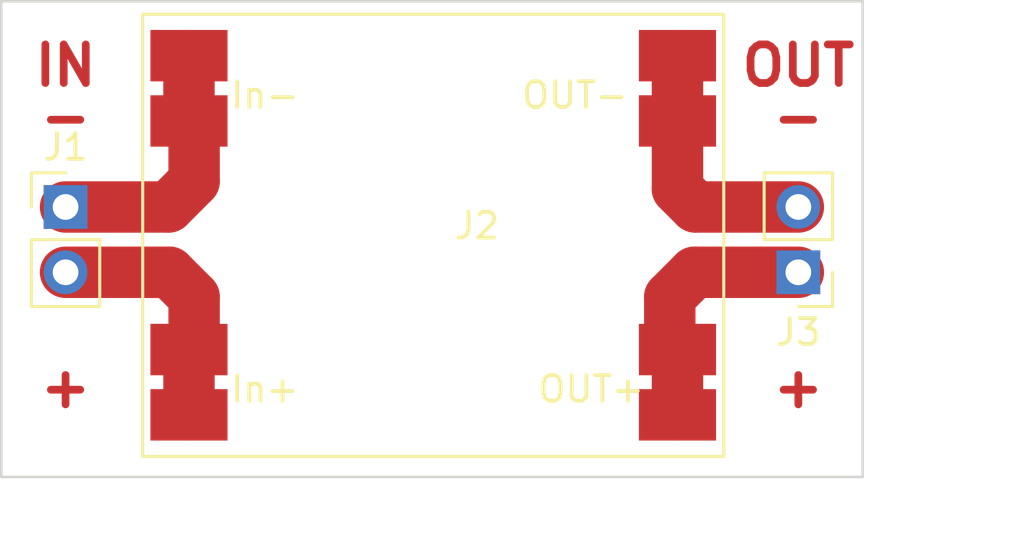
<source format=kicad_pcb>
(kicad_pcb (version 20211014) (generator pcbnew)
  (layers (0 "F.Cu" signal) (31 "B.Cu" signal) (34 "B.Paste" user) (35 "F.Paste" user) (36 "B.SilkS" user "B.Silkscreen") (37 "F.SilkS" user "F.Silkscreen") (38 "B.Mask" user) (39 "F.Mask" user) (44 "Edge.Cuts" user))
  (net 0 "")
  (net 1 "Net-(J1-Pad1)")
  (net 2 "Net-(J1-Pad2)")
  (net 3 "Net-(J2-Pad3)")
  (net 4 "Net-(J2-Pad4)")
  (footprint "Connector_PinHeader_2.54mm:PinHeader_1x02_P2.54mm_Vertical" (layer "F.Cu") (at 150.5 82.04 180)
    (fp_text reference "J3" (at 0 -2.33) (layer "F.SilkS"))
    (fp_text value "Output")
    (fp_line (start -1.33 1.27) (end 1.33 1.27) (layer "F.SilkS") (width 0.12))
    (fp_line (start -1.33 3.87) (end 1.33 3.87) (layer "F.SilkS") (width 0.12))
    (fp_line (start -1.33 -1.33) (end 0 -1.33) (layer "F.SilkS") (width 0.12))
    (fp_line (start -1.33 0) (end -1.33 -1.33) (layer "F.SilkS") (width 0.12))
    (fp_line (start -1.33 1.27) (end -1.33 3.87) (layer "F.SilkS") (width 0.12))
    (fp_line (start 1.33 1.27) (end 1.33 3.87) (layer "F.SilkS") (width 0.12))
    (pad "1" thru_hole rect (at 0 0 180) (size 1.7 1.7) (drill 1) (layers *.Cu *.Mask) (net 4 "Net-(J2-Pad4)"))
    (pad "2" thru_hole oval (at 0 2.54 180) (size 1.7 1.7) (drill 1) (layers *.Cu *.Mask) (net 3 "Net-(J2-Pad3)"))
  )
  (footprint "Moje_LIB:StepDown" (layer "F.Cu") (at 125 72)
    (fp_text reference "J2" (at 13 8.235 unlocked) (layer "F.SilkS"))
    (fp_text value "Stepdown_SMD")
    (fp_text user "In-" (at 4.745 3.155 unlocked) (layer "F.SilkS"))
    (fp_text user "OUT+" (at 17.445 14.585 unlocked) (layer "F.SilkS"))
    (fp_text user "In+" (at 4.745 14.585 unlocked) (layer "F.SilkS"))
    (fp_text user "OUT-" (at 16.81 3.155 unlocked) (layer "F.SilkS"))
    (fp_line (start 22.6 0.005) (end 0 0.005) (layer "F.SilkS") (width 0.12))
    (fp_line (start 0 0.005) (end 0 17.205) (layer "F.SilkS") (width 0.12))
    (fp_line (start 0 17.205) (end 22.6 17.205) (layer "F.SilkS") (width 0.12))
    (fp_line (start 22.6 17.205) (end 22.6 0.005) (layer "F.SilkS") (width 0.12))
    (pad "1" smd rect (at 1.8 1.615) (size 3 2) (layers "F.Cu" "F.Paste" "F.Mask") (net 1 "Net-(J1-Pad1)"))
    (pad "1" smd rect (at 1.8 4.155) (size 3 2) (layers "F.Cu" "F.Paste" "F.Mask") (net 1 "Net-(J1-Pad1)"))
    (pad "2" smd rect (at 1.8 13.045) (size 3 2) (layers "F.Cu" "F.Paste" "F.Mask") (net 2 "Net-(J1-Pad2)"))
    (pad "2" smd rect (at 1.8 15.585) (size 3 2) (layers "F.Cu" "F.Paste" "F.Mask") (net 2 "Net-(J1-Pad2)"))
    (pad "3" smd rect (at 20.8 4.155) (size 3 2) (layers "F.Cu" "F.Paste" "F.Mask") (net 3 "Net-(J2-Pad3)"))
    (pad "3" smd rect (at 20.8 1.615) (size 3 2) (layers "F.Cu" "F.Paste" "F.Mask") (net 3 "Net-(J2-Pad3)"))
    (pad "4" smd rect (at 20.8 15.585) (size 3 2) (layers "F.Cu" "F.Paste" "F.Mask") (net 4 "Net-(J2-Pad4)"))
    (pad "4" smd rect (at 20.8 13.045) (size 3 2) (layers "F.Cu" "F.Paste" "F.Mask") (net 4 "Net-(J2-Pad4)"))
  )
  (footprint "Connector_PinHeader_2.54mm:PinHeader_1x02_P2.54mm_Vertical" (layer "F.Cu") (at 122 79.5)
    (fp_text reference "J1" (at 0 -2.33) (layer "F.SilkS"))
    (fp_text value "Input")
    (fp_line (start -1.33 1.27) (end 1.33 1.27) (layer "F.SilkS") (width 0.12))
    (fp_line (start 1.33 1.27) (end 1.33 3.87) (layer "F.SilkS") (width 0.12))
    (fp_line (start -1.33 3.87) (end 1.33 3.87) (layer "F.SilkS") (width 0.12))
    (fp_line (start -1.33 1.27) (end -1.33 3.87) (layer "F.SilkS") (width 0.12))
    (fp_line (start -1.33 0) (end -1.33 -1.33) (layer "F.SilkS") (width 0.12))
    (fp_line (start -1.33 -1.33) (end 0 -1.33) (layer "F.SilkS") (width 0.12))
    (pad "1" thru_hole rect (at 0 0) (size 1.7 1.7) (drill 1) (layers *.Cu *.Mask) (net 1 "Net-(J1-Pad1)"))
    (pad "2" thru_hole oval (at 0 2.54) (size 1.7 1.7) (drill 1) (layers *.Cu *.Mask) (net 2 "Net-(J1-Pad2)"))
  )
  (gr_line (start 153 90) (end 153 71.5) (layer "Edge.Cuts") (width 0.1))
  (gr_line (start 153 71.5) (end 119.5 71.5) (layer "Edge.Cuts") (width 0.1))
  (gr_line (start 119.5 90) (end 153 90) (layer "Edge.Cuts") (width 0.1))
  (gr_line (start 119.5 71.5) (end 119.5 90) (layer "Edge.Cuts") (width 0.1))
  (gr_text "OUT" (at 150.5 74) (layer "F.Cu") (effects (font (size 1.5 1.5) (thickness 0.3))))
  (gr_text "+" (at 122 86.5) (layer "F.Cu") (effects (font (size 1.5 1.5) (thickness 0.3))))
  (gr_text "+" (at 150.5 86.5) (layer "F.Cu") (effects (font (size 1.5 1.5) (thickness 0.3))))
  (gr_text "-" (at 150.5 76) (layer "F.Cu") (effects (font (size 1.5 1.5) (thickness 0.3))))
  (gr_text "IN" (at 122 74) (layer "F.Cu") (effects (font (size 1.5 1.5) (thickness 0.3))))
  (gr_text "-" (at 122 76) (layer "F.Cu") (effects (font (size 1.5 1.5) (thickness 0.3))))
  (segment (start 122 79.5) (end 126 79.5) (width 2) (layer "F.Cu") (net 1))
  (segment (start 126 79.5) (end 127 78.5) (width 2) (layer "F.Cu") (net 1))
  (segment (start 127 78.5) (end 127 76.355) (width 2) (layer "F.Cu") (net 1))
  (segment (start 127 76.355) (end 126.8 76.155) (width 2) (layer "F.Cu") (net 1))
  (segment (start 126.8 73.615) (end 126.8 76.155) (width 2) (layer "F.Cu") (net 1))
  (segment (start 126.04 82.04) (end 127 83) (width 2) (layer "F.Cu") (net 2))
  (segment (start 126.8 87.585) (end 126.8 85.045) (width 2) (layer "F.Cu") (net 2))
  (segment (start 127 84.845) (end 126.8 85.045) (width 2) (layer "F.Cu") (net 2))
  (segment (start 122 82.04) (end 126.04 82.04) (width 2) (layer "F.Cu") (net 2))
  (segment (start 127 83) (end 127 84.845) (width 2) (layer "F.Cu") (net 2))
  (segment (start 146.5 79.5) (end 145.8 78.8) (width 2) (layer "F.Cu") (net 3))
  (segment (start 145.8 78.8) (end 145.8 76.155) (width 2) (layer "F.Cu") (net 3))
  (segment (start 145.8 76.155) (end 145.8 73.615) (width 2) (layer "F.Cu") (net 3))
  (segment (start 150.5 79.5) (end 146.5 79.5) (width 2) (layer "F.Cu") (net 3))
  (segment (start 150.5 82.04) (end 146.46 82.04) (width 2) (layer "F.Cu") (net 4))
  (segment (start 145.5 84.745) (end 145.8 85.045) (width 2) (layer "F.Cu") (net 4))
  (segment (start 145.8 85.045) (end 145.8 87.585) (width 2) (layer "F.Cu") (net 4))
  (segment (start 145.5 83) (end 145.5 84.745) (width 2) (layer "F.Cu") (net 4))
  (segment (start 146.46 82.04) (end 145.5 83) (width 2) (layer "F.Cu") (net 4))
)
</source>
